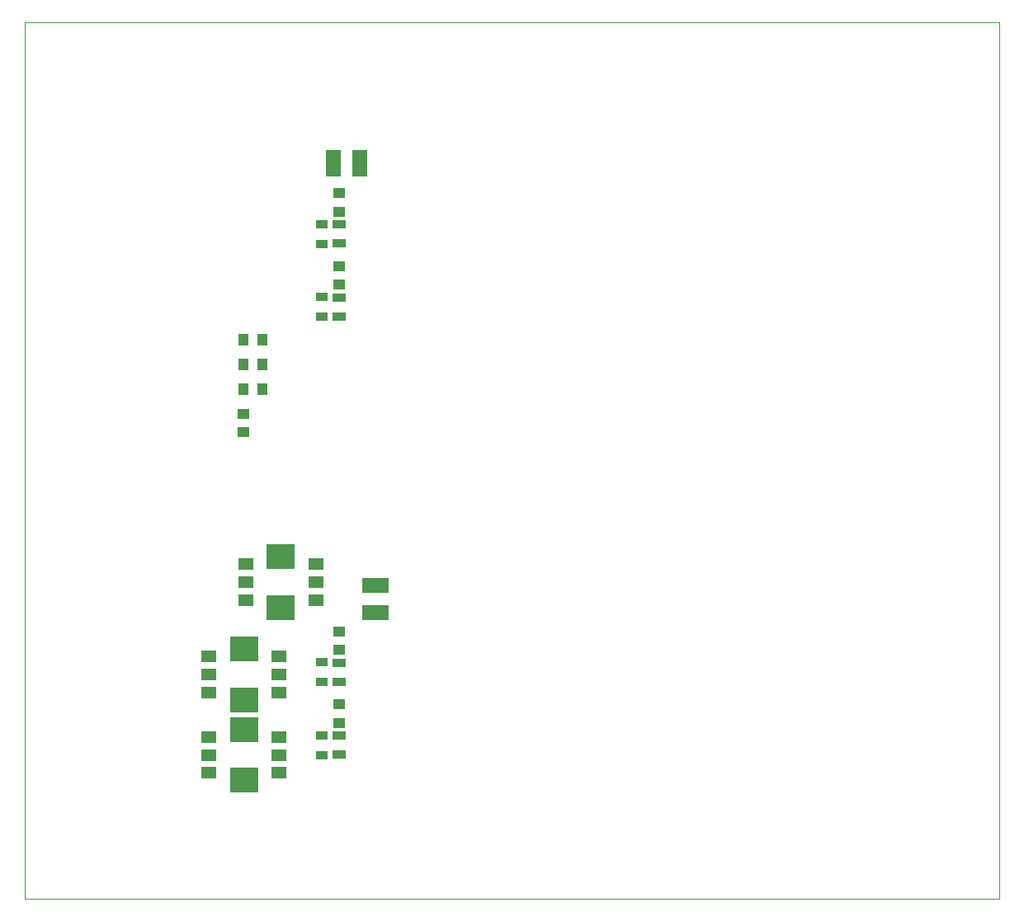
<source format=gtp>
G04 Layer_Color=8421504*
%FSLAX25Y25*%
%MOIN*%
G70*
G01*
G75*
%ADD10R,0.05118X0.03937*%
%ADD11R,0.04921X0.03543*%
%ADD12R,0.03937X0.05118*%
%ADD13R,0.06299X0.04724*%
%ADD14R,0.11811X0.09842*%
%ADD15R,0.05315X0.03543*%
%ADD16R,0.06102X0.11024*%
%ADD17R,0.11024X0.06102*%
%ADD29C,0.00394*%
D10*
X126969Y108071D02*
D03*
Y100591D02*
D03*
X88366Y11437D02*
D03*
Y18917D02*
D03*
X126969Y-69095D02*
D03*
Y-76575D02*
D03*
Y78543D02*
D03*
Y71063D02*
D03*
Y-98622D02*
D03*
Y-106102D02*
D03*
D11*
X120079Y87598D02*
D03*
Y95472D02*
D03*
Y58071D02*
D03*
Y65945D02*
D03*
Y-89567D02*
D03*
Y-81693D02*
D03*
Y-119095D02*
D03*
Y-111221D02*
D03*
D12*
X95846Y28917D02*
D03*
X88366D02*
D03*
X95846Y38917D02*
D03*
X88366D02*
D03*
X95846Y48917D02*
D03*
X88366D02*
D03*
D13*
X89173Y-41929D02*
D03*
Y-56496D02*
D03*
X117520D02*
D03*
Y-41929D02*
D03*
X89173Y-49213D02*
D03*
X117520D02*
D03*
X74410Y-111811D02*
D03*
Y-126378D02*
D03*
X102756D02*
D03*
Y-111811D02*
D03*
X74410Y-119095D02*
D03*
X102756D02*
D03*
X74410Y-79331D02*
D03*
Y-93898D02*
D03*
X102756D02*
D03*
Y-79331D02*
D03*
X74410Y-86614D02*
D03*
X102756D02*
D03*
D14*
X103347Y-59449D02*
D03*
Y-38976D02*
D03*
X88583Y-129331D02*
D03*
Y-108858D02*
D03*
Y-96850D02*
D03*
Y-76378D02*
D03*
D15*
X126969Y58169D02*
D03*
Y65847D02*
D03*
Y-118996D02*
D03*
Y-111319D02*
D03*
Y87697D02*
D03*
Y95374D02*
D03*
Y-89468D02*
D03*
Y-81791D02*
D03*
D16*
X124508Y120079D02*
D03*
X135335D02*
D03*
D17*
X141732Y-50689D02*
D03*
Y-61516D02*
D03*
D29*
X0Y-177165D02*
X393701D01*
X0D02*
Y177165D01*
X393701Y-177165D02*
Y177165D01*
X0D02*
X393701D01*
M02*

</source>
